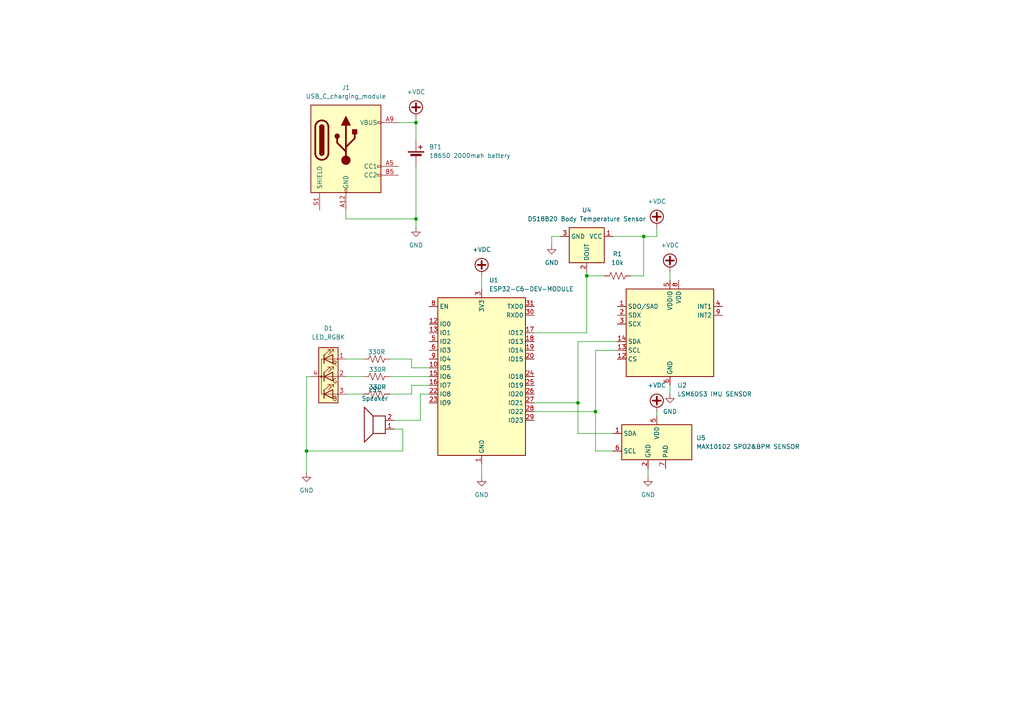
<source format=kicad_sch>
(kicad_sch (version 20250114) (generator "eeschema") (generator_version "9.0")
  (paper "A4")
  (title_block (title "VITALINK WEARABLE DEVICE SCHEMATIC DESIGN") (date "2025-10-04") (rev "first revision") (company "TEAM VITALINK") (comment 1 "The schematic of the wearble device by Team Vitalink for the Codefest Hackathon 2025"))
  (lib_symbols
    (symbol "Connector:USB_C_Receptacle_PowerOnly_24P" (pin_names (offset 1.016))
      (property "Reference" "J" (at 0 16.51 0))
      (property "Value" "USB_C_Receptacle_PowerOnly_24P" (at 0 13.97 0))
      (symbol "USB_C_Receptacle_PowerOnly_24P_0_0"
        (rectangle (start -0.254 -12.7) (end 0.254 -11.684))
        (rectangle (start 10.16 7.874) (end 9.144 7.366))
        (rectangle (start 10.16 -4.826) (end 9.144 -5.334))
        (rectangle (start 10.16 -7.366) (end 9.144 -7.874))
      )
      (symbol "USB_C_Receptacle_PowerOnly_24P_0_1"
        (rectangle (start -10.16 12.7) (end 10.16 -12.7) (stroke (width 0.254)) (fill (type background)))
        (polyline (pts (xy -8.89 -1.27) (xy -8.89 6.35)) (stroke (width 0.508)))
        (rectangle (start -7.62 -1.27) (end -6.35 6.35) (stroke (width 0.254)) (fill (type outline)))
        (arc (start -7.62 6.35) (mid -6.985 6.9823) (end -6.35 6.35) (stroke (width 0.254)))
        (arc (start -7.62 6.35) (mid -6.985 6.9823) (end -6.35 6.35) (stroke (width 0.254)) (fill (type outline)))
        (arc (start -8.89 6.35) (mid -6.985 8.2467) (end -5.08 6.35) (stroke (width 0.508)))
        (arc (start -5.08 -1.27) (mid -6.985 -3.1667) (end -8.89 -1.27) (stroke (width 0.508)))
        (arc (start -6.35 -1.27) (mid -6.985 -1.9023) (end -7.62 -1.27) (stroke (width 0.254)))
        (arc (start -6.35 -1.27) (mid -6.985 -1.9023) (end -7.62 -1.27) (stroke (width 0.254)) (fill (type outline)))
        (polyline (pts (xy -5.08 6.35) (xy -5.08 -1.27)) (stroke (width 0.508)))
        (circle (center -2.54 3.683) (radius 0.635) (stroke (width 0.254)) (fill (type outline)))
        (polyline (pts (xy -1.27 6.858) (xy 0 9.398) (xy 1.27 6.858) (xy -1.27 6.858)) (stroke (width 0.254)) (fill (type outline)))
        (polyline (pts (xy 0 0.508) (xy 2.54 3.048) (xy 2.54 4.318)) (stroke (width 0.508)))
        (polyline (pts (xy 0 -0.762) (xy -2.54 1.778) (xy -2.54 3.048)) (stroke (width 0.508)))
        (polyline (pts (xy 0 -3.302) (xy 0 6.858)) (stroke (width 0.508)))
        (circle (center 0 -3.302) (radius 1.27) (fill (type outline)))
        (rectangle (start 1.905 4.318) (end 3.175 5.588) (stroke (width 0.254)) (fill (type outline)))
      )
      (symbol "USB_C_Receptacle_PowerOnly_24P_1_1"
        (pin passive line (at -7.62 -17.78 90) (length 5.08) (name "SHIELD") (number "S1"))
        (pin passive line (at 0 -17.78 90) (length 5.08) (hide yes) (name "GND") (number "A1"))
        (pin power_in line (at 0 -17.78 90) (length 5.08) (name "GND") (number "A12"))
        (pin passive line (at 0 -17.78 90) (length 5.08) (hide yes) (name "GND") (number "B1"))
        (pin passive line (at 0 -17.78 90) (length 5.08) (hide yes) (name "GND") (number "B12"))
        (pin passive line (at 15.24 7.62 180) (length 5.08) (hide yes) (name "VBUS") (number "A4"))
        (pin power_in line (at 15.24 7.62 180) (length 5.08) (name "VBUS") (number "A9"))
        (pin passive line (at 15.24 7.62 180) (length 5.08) (hide yes) (name "VBUS") (number "B4"))
        (pin passive line (at 15.24 7.62 180) (length 5.08) (hide yes) (name "VBUS") (number "B9"))
        (pin bidirectional line (at 15.24 -5.08 180) (length 5.08) (name "CC1") (number "A5"))
        (pin bidirectional line (at 15.24 -7.62 180) (length 5.08) (name "CC2") (number "B5"))
      )
    )
    (symbol "Device:Battery_Cell" (pin_numbers (hide yes)) (pin_names (offset 0) (hide yes))
      (property "Reference" "BT" (at 2.54 2.54 0))
      (property "Value" "Battery_Cell" (at 2.54 0 0))
      (symbol "Battery_Cell_0_1"
        (rectangle (start -2.286 1.778) (end 2.286 1.524) (fill (type outline)))
        (rectangle (start -1.524 1.016) (end 1.524 0.508) (fill (type outline)))
        (polyline (pts (xy 0 1.778) (xy 0 2.54)))
        (polyline (pts (xy 0 0.762) (xy 0 0)))
        (polyline (pts (xy 0.762 3.048) (xy 1.778 3.048)) (stroke (width 0.254)))
        (polyline (pts (xy 1.27 3.556) (xy 1.27 2.54)) (stroke (width 0.254)))
      )
      (symbol "Battery_Cell_1_1"
        (pin passive line (at 0 5.08 270) (length 2.54) (name "+") (number "1"))
        (pin passive line (at 0 -2.54 90) (length 2.54) (name "-") (number "2"))
      )
    )
    (symbol "Device:LED_RGBK" (pin_names (offset 0) (hide yes))
      (property "Reference" "D" (at 0 9.398 0))
      (property "Value" "LED_RGBK" (at 0 -8.89 0))
      (symbol "LED_RGBK_0_0"
        (text "R" (at 1.905 3.81 0) (effects (font (size 1.27 1.27))))
        (text "G" (at 1.905 -1.27 0) (effects (font (size 1.27 1.27))))
        (text "B" (at 1.905 -6.35 0) (effects (font (size 1.27 1.27))))
      )
      (symbol "LED_RGBK_0_1"
        (circle (center -2.032 0) (radius 0.254) (fill (type outline)))
        (polyline (pts (xy -1.27 6.35) (xy -1.27 3.81)) (stroke (width 0.254)))
        (polyline (pts (xy -1.27 6.35) (xy -1.27 3.81) (xy -1.27 3.81)))
        (polyline (pts (xy -1.27 5.08) (xy 1.27 5.08)))
        (polyline (pts (xy -1.27 5.08) (xy -2.032 5.08) (xy -2.032 -5.08) (xy -1.016 -5.08)))
        (polyline (pts (xy -1.27 1.27) (xy -1.27 -1.27)) (stroke (width 0.254)))
        (polyline (pts (xy -1.27 1.27) (xy -1.27 -1.27) (xy -1.27 -1.27)))
        (polyline (pts (xy -1.27 0) (xy -2.54 0)))
        (polyline (pts (xy -1.27 -3.81) (xy -1.27 -6.35)) (stroke (width 0.254)))
        (polyline (pts (xy -1.27 -5.08) (xy 1.27 -5.08)))
        (polyline (pts (xy -1.016 6.35) (xy 0.508 7.874) (xy -0.254 7.874) (xy 0.508 7.874) (xy 0.508 7.112)))
        (polyline (pts (xy -1.016 1.27) (xy 0.508 2.794) (xy -0.254 2.794) (xy 0.508 2.794) (xy 0.508 2.032)))
        (polyline (pts (xy -1.016 -3.81) (xy 0.508 -2.286) (xy -0.254 -2.286) (xy 0.508 -2.286) (xy 0.508 -3.048)))
        (polyline (pts (xy 0 6.35) (xy 1.524 7.874) (xy 0.762 7.874) (xy 1.524 7.874) (xy 1.524 7.112)))
        (polyline (pts (xy 0 1.27) (xy 1.524 2.794) (xy 0.762 2.794) (xy 1.524 2.794) (xy 1.524 2.032)))
        (polyline (pts (xy 0 -3.81) (xy 1.524 -2.286) (xy 0.762 -2.286) (xy 1.524 -2.286) (xy 1.524 -3.048)))
        (polyline (pts (xy 1.27 6.35) (xy 1.27 3.81) (xy -1.27 5.08) (xy 1.27 6.35)) (stroke (width 0.254)))
        (rectangle (start 1.27 6.35) (end 1.27 6.35))
        (polyline (pts (xy 1.27 5.08) (xy 2.54 5.08)))
        (rectangle (start 1.27 3.81) (end 1.27 6.35))
        (polyline (pts (xy 1.27 1.27) (xy 1.27 -1.27) (xy -1.27 0) (xy 1.27 1.27)) (stroke (width 0.254)))
        (rectangle (start 1.27 1.27) (end 1.27 1.27))
        (polyline (pts (xy 1.27 0) (xy -1.27 0)))
        (polyline (pts (xy 1.27 0) (xy 2.54 0)))
        (rectangle (start 1.27 -1.27) (end 1.27 1.27))
        (polyline (pts (xy 1.27 -3.81) (xy 1.27 -6.35) (xy -1.27 -5.08) (xy 1.27 -3.81)) (stroke (width 0.254)))
        (polyline (pts (xy 1.27 -5.08) (xy 2.54 -5.08)))
        (rectangle (start 2.794 8.382) (end -2.794 -7.62) (stroke (width 0.254)) (fill (type background)))
      )
      (symbol "LED_RGBK_1_1"
        (pin passive line (at -5.08 0 0) (length 2.54) (name "K") (number "4"))
        (pin passive line (at 5.08 5.08 180) (length 2.54) (name "RA") (number "1"))
        (pin passive line (at 5.08 0 180) (length 2.54) (name "GA") (number "2"))
        (pin passive line (at 5.08 -5.08 180) (length 2.54) (name "BA") (number "3"))
      )
    )
    (symbol "Device:R_US" (pin_numbers (hide yes)) (pin_names (offset 0))
      (property "Reference" "R" (at 2.54 0 90))
      (property "Value" "R_US" (at -2.54 0 90))
      (symbol "R_US_0_1"
        (polyline (pts (xy 0 2.286) (xy 0 2.54)))
        (polyline (pts (xy 0 2.286) (xy 1.016 1.905) (xy 0 1.524) (xy -1.016 1.143) (xy 0 0.762)))
        (polyline (pts (xy 0 0.762) (xy 1.016 0.381) (xy 0 0) (xy -1.016 -0.381) (xy 0 -0.762)))
        (polyline (pts (xy 0 -0.762) (xy 1.016 -1.143) (xy 0 -1.524) (xy -1.016 -1.905) (xy 0 -2.286)))
        (polyline (pts (xy 0 -2.286) (xy 0 -2.54)))
      )
      (symbol "R_US_1_1"
        (pin passive line (at 0 3.81 270) (length 1.27) (name "~") (number "1"))
        (pin passive line (at 0 -3.81 90) (length 1.27) (name "~") (number "2"))
      )
    )
    (symbol "Device:Speaker" (pin_names (offset 0) (hide yes))
      (property "Reference" "LS" (at 1.27 5.715 0))
      (property "Value" "Speaker" (at 1.27 3.81 0))
      (symbol "Speaker_0_0"
        (rectangle (start -2.54 1.27) (end 1.016 -3.81) (stroke (width 0.254)))
        (polyline (pts (xy 1.016 1.27) (xy 3.556 3.81) (xy 3.556 -6.35) (xy 1.016 -3.81)) (stroke (width 0.254)))
      )
      (symbol "Speaker_1_1"
        (pin input line (at -5.08 0 0) (length 2.54) (name "1") (number "1"))
        (pin input line (at -5.08 -2.54 0) (length 2.54) (name "2") (number "2"))
      )
    )
    (symbol "RF_Module:ESP32-C6-MINI-1"
      (property "Reference" "U" (at -11.43 24.13 0))
      (property "Value" "ESP32-C6-MINI-1" (at 12.7 24.13 0))
      (symbol "ESP32-C6-MINI-1_0_1"
        (rectangle (start -12.7 22.86) (end 12.7 -22.86) (stroke (width 0.254)) (fill (type background)))
      )
      (symbol "ESP32-C6-MINI-1_1_1"
        (pin input line (at -15.24 20.32 0) (length 2.54) (name "EN") (number "8"))
        (pin bidirectional line (at -15.24 15.24 0) (length 2.54) (name "IO0") (number "12"))
        (pin bidirectional line (at -15.24 12.7 0) (length 2.54) (name "IO1") (number "13"))
        (pin bidirectional line (at -15.24 10.16 0) (length 2.54) (name "IO2") (number "5"))
        (pin bidirectional line (at -15.24 7.62 0) (length 2.54) (name "IO3") (number "6"))
        (pin bidirectional line (at -15.24 5.08 0) (length 2.54) (name "IO4") (number "9"))
        (pin bidirectional line (at -15.24 2.54 0) (length 2.54) (name "IO5") (number "10"))
        (pin bidirectional line (at -15.24 0 0) (length 2.54) (name "IO6") (number "15"))
        (pin bidirectional line (at -15.24 -2.54 0) (length 2.54) (name "IO7") (number "16"))
        (pin bidirectional line (at -15.24 -5.08 0) (length 2.54) (name "IO8") (number "22"))
        (pin bidirectional line (at -15.24 -7.62 0) (length 2.54) (name "IO9") (number "23"))
        (pin no_connect line (at -12.7 -12.7 0) (length 2.54) (hide yes) (name "NC") (number "32"))
        (pin no_connect line (at -12.7 -15.24 0) (length 2.54) (hide yes) (name "NC") (number "33"))
        (pin no_connect line (at -12.7 -17.78 0) (length 2.54) (hide yes) (name "NC") (number "34"))
        (pin no_connect line (at -12.7 -20.32 0) (length 2.54) (hide yes) (name "NC") (number "35"))
        (pin power_in line (at 0 25.4 270) (length 2.54) (name "3V3") (number "3"))
        (pin power_in line (at 0 -25.4 90) (length 2.54) (name "GND") (number "1"))
        (pin passive line (at 0 -25.4 90) (length 2.54) (hide yes) (name "GND") (number "11"))
        (pin passive line (at 0 -25.4 90) (length 2.54) (hide yes) (name "GND") (number "14"))
        (pin passive line (at 0 -25.4 90) (length 2.54) (hide yes) (name "GND") (number "2"))
        (pin passive line (at 0 -25.4 90) (length 2.54) (hide yes) (name "GND") (number "36"))
        (pin passive line (at 0 -25.4 90) (length 2.54) (hide yes) (name "GND") (number "37"))
        (pin passive line (at 0 -25.4 90) (length 2.54) (hide yes) (name "GND") (number "38"))
        (pin passive line (at 0 -25.4 90) (length 2.54) (hide yes) (name "GND") (number "39"))
        (pin passive line (at 0 -25.4 90) (length 2.54) (hide yes) (name "GND") (number "40"))
        (pin passive line (at 0 -25.4 90) (length 2.54) (hide yes) (name "GND") (number "41"))
        (pin passive line (at 0 -25.4 90) (length 2.54) (hide yes) (name "GND") (number "42"))
        (pin passive line (at 0 -25.4 90) (length 2.54) (hide yes) (name "GND") (number "43"))
        (pin passive line (at 0 -25.4 90) (length 2.54) (hide yes) (name "GND") (number "44"))
        (pin passive line (at 0 -25.4 90) (length 2.54) (hide yes) (name "GND") (number "45"))
        (pin passive line (at 0 -25.4 90) (length 2.54) (hide yes) (name "GND") (number "46"))
        (pin passive line (at 0 -25.4 90) (length 2.54) (hide yes) (name "GND") (number "47"))
        (pin passive line (at 0 -25.4 90) (length 2.54) (hide yes) (name "GND") (number "48"))
        (pin passive line (at 0 -25.4 90) (length 2.54) (hide yes) (name "GND") (number "49"))
        (pin passive line (at 0 -25.4 90) (length 2.54) (hide yes) (name "GND") (number "50"))
        (pin passive line (at 0 -25.4 90) (length 2.54) (hide yes) (name "GND") (number "51"))
        (pin passive line (at 0 -25.4 90) (length 2.54) (hide yes) (name "GND") (number "52"))
        (pin passive line (at 0 -25.4 90) (length 2.54) (hide yes) (name "GND") (number "53"))
        (pin no_connect line (at 12.7 -15.24 180) (length 2.54) (hide yes) (name "NC") (number "4"))
        (pin no_connect line (at 12.7 -17.78 180) (length 2.54) (hide yes) (name "NC") (number "7"))
        (pin no_connect line (at 12.7 -20.32 180) (length 2.54) (hide yes) (name "NC") (number "21"))
        (pin bidirectional line (at 15.24 20.32 180) (length 2.54) (name "TXD0") (number "31"))
        (pin bidirectional line (at 15.24 17.78 180) (length 2.54) (name "RXD0") (number "30"))
        (pin bidirectional line (at 15.24 12.7 180) (length 2.54) (name "IO12") (number "17"))
        (pin bidirectional line (at 15.24 10.16 180) (length 2.54) (name "IO13") (number "18"))
        (pin bidirectional line (at 15.24 7.62 180) (length 2.54) (name "IO14") (number "19"))
        (pin bidirectional line (at 15.24 5.08 180) (length 2.54) (name "IO15") (number "20"))
        (pin bidirectional line (at 15.24 0 180) (length 2.54) (name "IO18") (number "24"))
        (pin bidirectional line (at 15.24 -2.54 180) (length 2.54) (name "IO19") (number "25"))
        (pin bidirectional line (at 15.24 -5.08 180) (length 2.54) (name "IO20") (number "26"))
        (pin bidirectional line (at 15.24 -7.62 180) (length 2.54) (name "IO21") (number "27"))
        (pin bidirectional line (at 15.24 -10.16 180) (length 2.54) (name "IO22") (number "28"))
        (pin bidirectional line (at 15.24 -12.7 180) (length 2.54) (name "IO23") (number "29"))
      )
    )
    (symbol "Reference_Voltage:MAX6005"
      (property "Reference" "U4" (at -10.16 0 90))
      (property "Value" "DS18B20 Body Temperature Sensor" (at -7.62 0 90))
      (symbol "MAX6005_0_1"
        (rectangle (start -5.08 5.08) (end 5.08 -5.08) (stroke (width 0.254)) (fill (type background)))
      )
      (symbol "MAX6005_1_1"
        (pin power_in line (at -2.54 7.62 270) (length 2.54) (name "VCC") (number "1"))
        (pin power_in line (at -2.54 -7.62 90) (length 2.54) (name "GND") (number "3"))
        (pin power_out line (at 7.62 0 180) (length 2.54) (name "DOUT") (number "2"))
      )
    )
    (symbol "Sensor_Humidity:Si7020-A20"
      (property "Reference" "U" (at -5.08 7.62 0))
      (property "Value" "Si7020-A20" (at -10.16 10.16 0))
      (symbol "Si7020-A20_0_1"
        (rectangle (start -10.16 5.08) (end 10.16 -5.08) (stroke (width 0.254)) (fill (type background)))
      )
      (symbol "Si7020-A20_1_1"
        (pin bidirectional line (at -12.7 2.54 0) (length 2.54) (name "SDA") (number "1"))
        (pin input line (at -12.7 -2.54 0) (length 2.54) (name "SCL") (number "6"))
        (pin power_in line (at -2.54 -7.62 90) (length 2.54) (name "GND") (number "2"))
        (pin power_in line (at 0 7.62 270) (length 2.54) (name "VDD") (number "5"))
        (pin passive line (at 2.54 -7.62 90) (length 2.54) (name "PAD") (number "7"))
        (pin no_connect line (at 10.16 2.54 180) (length 2.54) (hide yes) (name "NC") (number "3"))
        (pin no_connect line (at 10.16 -2.54 180) (length 2.54) (hide yes) (name "NC") (number "4"))
      )
    )
    (symbol "Sensor_Motion:LSM6DS3"
      (property "Reference" "U" (at -11.43 15.24 0))
      (property "Value" "LSM6DS3" (at -11.43 12.7 0))
      (symbol "LSM6DS3_0_1"
        (rectangle (start -12.7 12.7) (end 12.7 -12.7) (stroke (width 0.254)) (fill (type background)))
      )
      (symbol "LSM6DS3_1_1"
        (pin bidirectional line (at -15.24 7.62 0) (length 2.54) (name "SDO/SA0") (number "1"))
        (pin bidirectional line (at -15.24 5.08 0) (length 2.54) (name "SDX") (number "2"))
        (pin input line (at -15.24 2.54 0) (length 2.54) (name "SCX") (number "3"))
        (pin bidirectional line (at -15.24 -2.54 0) (length 2.54) (name "SDA") (number "14"))
        (pin input line (at -15.24 -5.08 0) (length 2.54) (name "SCL") (number "13"))
        (pin input line (at -15.24 -7.62 0) (length 2.54) (name "CS") (number "12"))
        (pin power_in line (at 0 15.24 270) (length 2.54) (name "VDDIO") (number "5"))
        (pin power_in line (at 0 -15.24 90) (length 2.54) (name "GND") (number "6"))
        (pin passive line (at 0 -15.24 90) (length 2.54) (hide yes) (name "GND") (number "7"))
        (pin power_in line (at 2.54 15.24 270) (length 2.54) (name "VDD") (number "8"))
        (pin no_connect line (at 12.7 -2.54 180) (length 3.81) (hide yes) (name "NC") (number "11"))
        (pin no_connect line (at 12.7 -5.08 180) (length 3.81) (hide yes) (name "NC") (number "10"))
        (pin output line (at 15.24 7.62 180) (length 2.54) (name "INT1") (number "4"))
        (pin output line (at 15.24 5.08 180) (length 2.54) (name "INT2") (number "9"))
      )
    )
    (symbol "power:+VDC" (power) (pin_numbers (hide yes)) (pin_names (offset 0) (hide yes))
      (property "Value" "+VDC" (at 0 6.35 0))
      (symbol "+VDC_0_1"
        (polyline (pts (xy -1.143 3.175) (xy 1.143 3.175)) (stroke (width 0.508)))
        (circle (center 0 3.175) (radius 1.905) (stroke (width 0.254)))
        (polyline (pts (xy 0 2.032) (xy 0 4.318)) (stroke (width 0.508)))
        (polyline (pts (xy 0 0) (xy 0 1.27)))
      )
      (symbol "+VDC_1_1"
        (pin power_in line (at 0 0 90) (length 0) (name "~") (number "1"))
      )
    )
    (symbol "power:GND" (power) (pin_numbers (hide yes)) (pin_names (offset 0) (hide yes))
      (property "Value" "GND" (at 0 -3.81 0))
      (symbol "GND_0_1"
        (polyline (pts (xy 0 0) (xy 0 -1.27) (xy 1.27 -1.27) (xy 0 -2.54) (xy -1.27 -1.27) (xy 0 -1.27)))
      )
      (symbol "GND_1_1"
        (pin power_in line (at 0 0 270) (length 0) (name "~") (number "1"))
      )
    )
  )
  (junction (at 186.69 68.58))
  (junction (at 88.9 130.81))
  (junction (at 120.65 35.56))
  (junction (at 172.72 119.38))
  (junction (at 167.64 116.84))
  (junction (at 170.18 80.01))
  (junction (at 120.65 63.5))
  (wire (pts (xy 119.38 111.76) (xy 124.46 111.76)))
  (wire (pts (xy 187.96 135.89) (xy 187.96 138.43)))
  (wire (pts (xy 120.65 63.5) (xy 120.65 66.04)))
  (wire (pts (xy 120.65 35.56) (xy 120.65 40.64)))
  (wire (pts (xy 88.9 109.22) (xy 90.17 109.22)))
  (wire (pts (xy 113.03 114.3) (xy 119.38 114.3)))
  (wire (pts (xy 113.03 104.14) (xy 119.38 104.14)))
  (wire (pts (xy 172.72 119.38) (xy 172.72 101.6)))
  (wire (pts (xy 182.88 80.01) (xy 186.69 80.01)))
  (wire (pts (xy 154.94 119.38) (xy 172.72 119.38)))
  (wire (pts (xy 88.9 130.81) (xy 116.84 130.81)))
  (wire (pts (xy 100.33 60.96) (xy 100.33 63.5)))
  (wire (pts (xy 167.64 116.84) (xy 154.94 116.84)))
  (wire (pts (xy 172.72 101.6) (xy 179.07 101.6)))
  (wire (pts (xy 179.07 99.06) (xy 167.64 99.06)))
  (wire (pts (xy 177.8 125.73) (xy 167.64 125.73)))
  (wire (pts (xy 120.65 48.26) (xy 120.65 63.5)))
  (wire (pts (xy 119.38 106.68) (xy 124.46 106.68)))
  (wire (pts (xy 194.31 111.76) (xy 194.31 114.3)))
  (wire (pts (xy 100.33 63.5) (xy 120.65 63.5)))
  (wire (pts (xy 139.7 134.62) (xy 139.7 138.43)))
  (wire (pts (xy 100.33 104.14) (xy 105.41 104.14)))
  (wire (pts (xy 154.94 96.52) (xy 170.18 96.52)))
  (wire (pts (xy 88.9 130.81) (xy 88.9 109.22)))
  (wire (pts (xy 190.5 66.04) (xy 190.5 68.58)))
  (wire (pts (xy 116.84 130.81) (xy 116.84 124.46)))
  (wire (pts (xy 121.92 114.3) (xy 124.46 114.3)))
  (wire (pts (xy 116.84 124.46) (xy 114.3 124.46)))
  (wire (pts (xy 177.8 68.58) (xy 186.69 68.58)))
  (wire (pts (xy 186.69 68.58) (xy 190.5 68.58)))
  (wire (pts (xy 160.02 71.12) (xy 160.02 68.58)))
  (wire (pts (xy 113.03 109.22) (xy 124.46 109.22)))
  (wire (pts (xy 167.64 125.73) (xy 167.64 116.84)))
  (wire (pts (xy 119.38 104.14) (xy 119.38 106.68)))
  (wire (pts (xy 190.5 119.38) (xy 190.5 120.65)))
  (wire (pts (xy 177.8 130.81) (xy 172.72 130.81)))
  (wire (pts (xy 100.33 114.3) (xy 105.41 114.3)))
  (wire (pts (xy 88.9 137.16) (xy 88.9 130.81)))
  (wire (pts (xy 100.33 109.22) (xy 105.41 109.22)))
  (wire (pts (xy 186.69 80.01) (xy 186.69 68.58)))
  (wire (pts (xy 121.92 121.92) (xy 121.92 114.3)))
  (wire (pts (xy 139.7 80.01) (xy 139.7 83.82)))
  (wire (pts (xy 160.02 68.58) (xy 162.56 68.58)))
  (wire (pts (xy 120.65 34.29) (xy 120.65 35.56)))
  (wire (pts (xy 167.64 99.06) (xy 167.64 116.84)))
  (wire (pts (xy 115.57 35.56) (xy 120.65 35.56)))
  (wire (pts (xy 194.31 78.74) (xy 194.31 81.28)))
  (wire (pts (xy 114.3 121.92) (xy 121.92 121.92)))
  (wire (pts (xy 119.38 114.3) (xy 119.38 111.76)))
  (wire (pts (xy 170.18 80.01) (xy 175.26 80.01)))
  (wire (pts (xy 170.18 80.01) (xy 170.18 78.74)))
  (wire (pts (xy 170.18 96.52) (xy 170.18 80.01)))
  (wire (pts (xy 172.72 130.81) (xy 172.72 119.38)))
  (symbol (lib_id "Device:LED_RGBK") (at 95.25 109.22 0) (unit 1)
    (property "Reference" "D1" (at 95.25 95.25 0))
    (property "Value" "LED_RGBK" (at 95.25 97.79 0))
    (property "Description" "RGB LED, red/green/blue/cathode" (effects (hide yes)))
  )
  (symbol (lib_id "power:GND") (at 187.96 138.43 0) (unit 1)
    (property "Reference" "#PWR06" (effects (hide yes)))
    (property "Value" "GND" (at 187.96 143.51 0))
    (property "Description" "Power symbol creates a global label with name \"GND\" , ground" (effects (hide yes)))
  )
  (symbol (lib_id "power:+VDC") (at 190.5 119.38 0) (unit 1)
    (property "Reference" "#PWR04" (effects (hide yes)))
    (property "Value" "+VDC" (at 190.5 111.76 0))
    (property "Description" "Power symbol creates a global label with name \"+VDC\"" (effects (hide yes)))
  )
  (symbol (lib_id "power:+VDC") (at 190.5 66.04 0) (unit 1)
    (property "Reference" "#PWR09" (effects (hide yes)))
    (property "Value" "+VDC" (at 190.5 58.42 0))
    (property "Description" "Power symbol creates a global label with name \"+VDC\"" (effects (hide yes)))
  )
  (symbol (lib_id "power:GND") (at 120.65 66.04 0) (unit 1)
    (property "Reference" "#PWR02" (effects (hide yes)))
    (property "Value" "GND" (at 120.65 71.12 0))
    (property "Description" "Power symbol creates a global label with name \"GND\" , ground" (effects (hide yes)))
  )
  (symbol (lib_id "RF_Module:ESP32-C6-MINI-1") (at 139.7 109.22 0) (unit 1)
    (property "Reference" "U1" (at 141.8433 81.28 0) (effects (justify left)))
    (property "Value" "ESP32-C6-DEV-MODULE" (at 141.8433 83.82 0) (effects (justify left)))
    (property "Footprint" "RF_Module:ESP32-C6-MINI-1" (effects (hide yes)))
    (property "Datasheet" "https://www.espressif.com/sites/default/files/documentation/esp32-c6-mini-1_mini-1u_datasheet_en.pdf" (effects (hide yes)))
    (property "Description" "RF Module, ESP32-C6 SoC, Wi-Fi 802.11b/g/n/ax, Bluetooth, BLE, Zigbee, Thread, 32-bit, 3.3V, SMD, onboard antenna" (effects (hide yes)))
  )
  (symbol (lib_id "Device:R_US") (at 109.22 109.22 270) (unit 1)
    (property "Reference" "R3" (effects (hide yes)))
    (property "Value" "330R" (at 109.474 107.188 90))
    (property "Description" "Resistor, US symbol" (effects (hide yes)))
  )
  (symbol (lib_id "Device:Battery_Cell") (at 120.65 45.72 0) (unit 1)
    (property "Reference" "BT1" (at 124.46 42.6084 0) (effects (justify left)))
    (property "Value" "18650 2000mah battery" (at 124.46 45.1484 0) (effects (justify left)))
    (property "Description" "Single-cell battery" (effects (hide yes)))
  )
  (symbol (lib_id "power:GND") (at 139.7 138.43 0) (unit 1)
    (property "Reference" "#PWR07" (effects (hide yes)))
    (property "Value" "GND" (at 139.7 143.51 0))
    (property "Description" "Power symbol creates a global label with name \"GND\" , ground" (effects (hide yes)))
  )
  (symbol (lib_id "Sensor_Motion:LSM6DS3") (at 194.31 96.52 0) (unit 1)
    (property "Reference" "U2" (at 196.4533 111.76 0) (effects (justify left)))
    (property "Value" "LSM6DS3 IMU SENSOR" (at 196.4533 114.3 0) (effects (justify left)))
    (property "Footprint" "Package_LGA:LGA-14_3x2.5mm_P0.5mm_LayoutBorder3x4y" (effects (hide yes)))
    (property "Datasheet" "https://www.st.com/resource/en/datasheet/lsm6ds3tr-c.pdf" (effects (hide yes)))
    (property "Description" "I2C/SPI, iNEMO inertial module: always-on 3D accelerometer and 3D gyroscope" (effects (hide yes)))
  )
  (symbol (lib_id "power:GND") (at 194.31 114.3 0) (unit 1)
    (property "Reference" "#PWR05" (effects (hide yes)))
    (property "Value" "GND" (at 194.31 119.38 0))
    (property "Description" "Power symbol creates a global label with name \"GND\" , ground" (effects (hide yes)))
  )
  (symbol (lib_id "Device:Speaker") (at 109.22 124.46 180) (unit 1)
    (property "Reference" "LS1" (at 108.712 113.03 0))
    (property "Value" "Speaker" (at 108.712 115.57 0))
    (property "Description" "Speaker" (effects (hide yes)))
  )
  (symbol (lib_id "power:GND") (at 160.02 71.12 0) (unit 1)
    (property "Reference" "#PWR011" (effects (hide yes)))
    (property "Value" "GND" (at 160.02 76.2 0))
    (property "Description" "Power symbol creates a global label with name \"GND\" , ground" (effects (hide yes)))
  )
  (symbol (lib_id "Device:R_US") (at 179.07 80.01 270) (unit 1)
    (property "Reference" "R1" (at 179.07 73.66 90))
    (property "Value" "10k" (at 179.07 76.2 90))
    (property "Description" "Resistor, US symbol" (effects (hide yes)))
  )
  (symbol (lib_id "power:GND") (at 88.9 137.16 0) (unit 1)
    (property "Reference" "#PWR010" (effects (hide yes)))
    (property "Value" "GND" (at 88.9 142.24 0))
    (property "Description" "Power symbol creates a global label with name \"GND\" , ground" (effects (hide yes)))
  )
  (symbol (lib_id "power:+VDC") (at 139.7 80.01 0) (unit 1)
    (property "Reference" "#PWR08" (effects (hide yes)))
    (property "Value" "+VDC" (at 139.7 72.39 0))
    (property "Description" "Power symbol creates a global label with name \"+VDC\"" (effects (hide yes)))
  )
  (symbol (lib_id "Device:R_US") (at 109.22 104.14 270) (unit 1)
    (property "Reference" "R2" (effects (hide yes)))
    (property "Value" "330R" (at 109.22 102.108 90))
    (property "Description" "Resistor, US symbol" (effects (hide yes)))
  )
  (symbol (lib_id "Device:R_US") (at 109.22 114.3 270) (unit 1)
    (property "Reference" "R4" (effects (hide yes)))
    (property "Value" "330R" (at 109.474 112.268 90))
    (property "Description" "Resistor, US symbol" (effects (hide yes)))
  )
  (symbol (lib_id "Sensor_Humidity:Si7020-A20") (at 190.5 128.27 0) (unit 1)
    (property "Reference" "U5" (at 201.93 126.9999 0) (effects (justify left)))
    (property "Value" "MAX10102 SPO2&BPM SENSOR" (at 201.93 129.5399 0) (effects (justify left)))
    (property "Footprint" "Package_DFN_QFN:DFN-6-1EP_3x3mm_P1mm_EP1.5x2.4mm" (effects (hide yes)))
    (property "Datasheet" "https://www.silabs.com/documents/public/data-sheets/Si7020-A20.pdf" (effects (hide yes)))
    (property "Description" "I2C Humidity and Temperature Sensor, DFN-6" (effects (hide yes)))
  )
  (symbol (lib_id "power:+VDC") (at 120.65 34.29 0) (unit 1)
    (property "Reference" "#PWR01" (effects (hide yes)))
    (property "Value" "+VDC" (at 120.65 26.67 0))
    (property "Description" "Power symbol creates a global label with name \"+VDC\"" (effects (hide yes)))
  )
  (symbol (lib_id "power:+VDC") (at 194.31 78.74 0) (unit 1)
    (property "Reference" "#PWR03" (effects (hide yes)))
    (property "Value" "+VDC" (at 194.31 71.12 0))
    (property "Description" "Power symbol creates a global label with name \"+VDC\"" (effects (hide yes)))
  )
  (symbol (lib_id "Reference_Voltage:MAX6005") (at 170.18 71.12 270) (unit 1)
    (property "Reference" "U4" (at 170.18 60.96 90))
    (property "Value" "DS18B20 Body Temperature Sensor" (at 170.18 63.5 90))
    (property "Footprint" "Package_TO_SOT_SMD:SOT-23" (effects (hide yes)))
    (property "Datasheet" "https://www.analog.com/media/en/technical-documentation/data-sheets/MAX6001-MAX6005.pdf" (effects (hide yes)))
    (property "Description" "5.0V series voltage reference, ±1% accuracy,  100ppm/°C temperature coefficient, SOT-23" (effects (hide yes)))
  )
  (symbol (lib_id "Connector:USB_C_Receptacle_PowerOnly_24P") (at 100.33 43.18 0) (unit 1)
    (property "Reference" "J1" (at 100.33 25.4 0))
    (property "Value" "USB_C_charging_module" (at 100.33 27.94 0))
    (property "Datasheet" "https://www.usb.org/sites/default/files/documents/usb_type-c.zip" (effects (hide yes)))
    (property "Description" "USB Power-Only 24P Type-C Receptacle connector" (effects (hide yes)))
  )
)
</source>
